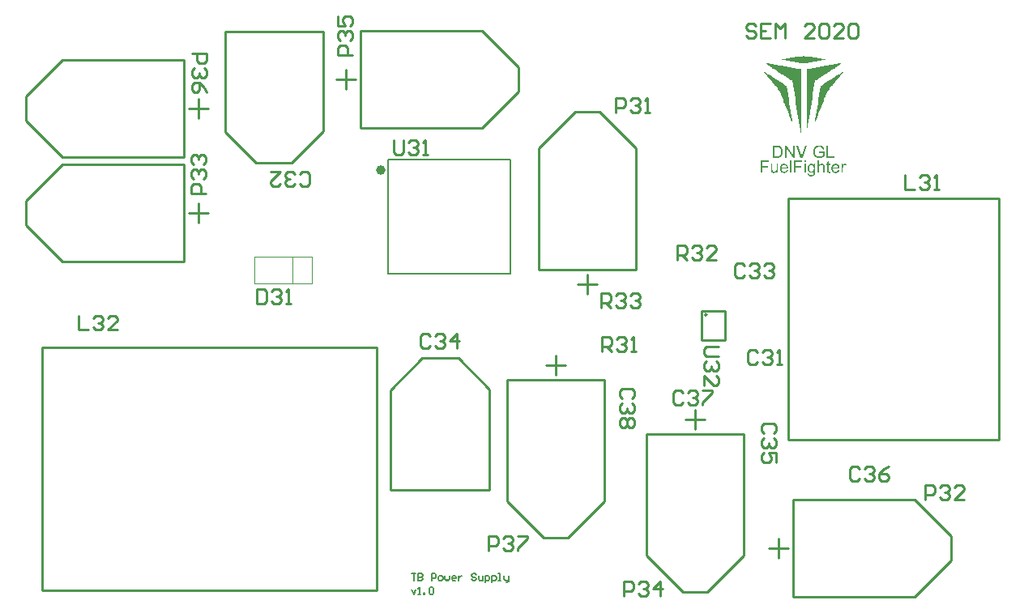
<source format=gto>
G04*
G04 #@! TF.GenerationSoftware,Altium Limited,Altium Designer,19.1.8 (144)*
G04*
G04 Layer_Color=65535*
%FSLAX25Y25*%
%MOIN*%
G70*
G01*
G75*
%ADD10C,0.01000*%
%ADD11C,0.03937*%
%ADD12C,0.00394*%
%ADD13C,0.00787*%
%ADD14C,0.00591*%
G36*
X343345Y227816D02*
X345099D01*
Y227524D01*
X346852D01*
Y227231D01*
X348606D01*
Y226939D01*
X350360D01*
Y226647D01*
X352113D01*
Y226355D01*
X350360D01*
Y226062D01*
X348606D01*
Y225770D01*
X346852D01*
Y225478D01*
X345099D01*
Y225185D01*
X343345D01*
Y224893D01*
X342761D01*
Y225185D01*
X341007D01*
Y225478D01*
X339253D01*
Y225770D01*
X337500D01*
Y226062D01*
X335746D01*
Y226355D01*
X333993D01*
Y226647D01*
X335746D01*
Y226939D01*
X337500D01*
Y227231D01*
X339253D01*
Y227524D01*
X341007D01*
Y227816D01*
X342761D01*
Y228108D01*
X343345D01*
Y227816D01*
D02*
G37*
G36*
X359420Y221094D02*
X359128D01*
Y220801D01*
X358836D01*
Y220509D01*
X358543D01*
Y220217D01*
X358251D01*
Y219925D01*
X357959D01*
Y219632D01*
Y219340D01*
X357666D01*
Y219048D01*
X357374D01*
Y218756D01*
X357082D01*
Y218463D01*
X356790D01*
Y218171D01*
X356497D01*
Y217879D01*
Y217586D01*
X356205D01*
Y217294D01*
X355913D01*
Y217002D01*
X355621D01*
Y216710D01*
X355328D01*
Y216417D01*
X355036D01*
Y216125D01*
Y215833D01*
X354744D01*
Y215541D01*
X354451D01*
Y215248D01*
X354159D01*
Y214956D01*
X353867D01*
Y214664D01*
X353575D01*
Y214371D01*
Y214079D01*
X353282D01*
Y213787D01*
X352990D01*
Y213495D01*
X352698D01*
Y213202D01*
Y212910D01*
Y212618D01*
X352406D01*
Y212326D01*
Y212033D01*
X352113D01*
Y211741D01*
Y211449D01*
Y211156D01*
X351821D01*
Y210864D01*
Y210572D01*
X351529D01*
Y210280D01*
Y209987D01*
Y209695D01*
X351237D01*
Y209403D01*
Y209110D01*
X350944D01*
Y208818D01*
Y208526D01*
Y208234D01*
X350652D01*
Y207941D01*
Y207649D01*
X350360D01*
Y207357D01*
Y207065D01*
Y206772D01*
X350067D01*
Y206480D01*
Y206188D01*
X349775D01*
Y205895D01*
Y205603D01*
Y205311D01*
X349483D01*
Y205019D01*
Y204726D01*
X349191D01*
Y204434D01*
Y204142D01*
Y203850D01*
X348898D01*
Y203557D01*
Y203265D01*
X348606D01*
Y202973D01*
Y202680D01*
Y202388D01*
X348314D01*
Y202096D01*
Y201804D01*
X348022D01*
Y201512D01*
Y201219D01*
Y200927D01*
X347729D01*
Y201219D01*
Y201512D01*
Y201804D01*
Y202096D01*
Y202388D01*
Y202680D01*
X348022D01*
Y202973D01*
Y203265D01*
Y203557D01*
Y203850D01*
Y204142D01*
Y204434D01*
X348314D01*
Y204726D01*
Y205019D01*
Y205311D01*
Y205603D01*
Y205895D01*
Y206188D01*
X348606D01*
Y206480D01*
Y206772D01*
Y207065D01*
Y207357D01*
Y207649D01*
X348898D01*
Y207941D01*
Y208234D01*
Y208526D01*
Y208818D01*
Y209110D01*
Y209403D01*
X349191D01*
Y209695D01*
Y209987D01*
Y210280D01*
Y210572D01*
Y210864D01*
Y211156D01*
X349483D01*
Y211449D01*
Y211741D01*
Y212033D01*
Y212326D01*
Y212618D01*
Y212910D01*
X349775D01*
Y213202D01*
Y213495D01*
Y213787D01*
Y214079D01*
Y214371D01*
Y214664D01*
X350067D01*
Y214956D01*
Y215248D01*
Y215541D01*
Y215833D01*
X350652D01*
Y216125D01*
X350944D01*
Y216417D01*
X351529D01*
Y216710D01*
X351821D01*
Y217002D01*
X352406D01*
Y217294D01*
X352698D01*
Y217586D01*
X353282D01*
Y217879D01*
X353867D01*
Y218171D01*
X354159D01*
Y218463D01*
X354744D01*
Y218756D01*
X355036D01*
Y219048D01*
X355621D01*
Y219340D01*
X355913D01*
Y219632D01*
X356497D01*
Y219925D01*
X357082D01*
Y220217D01*
X357374D01*
Y220509D01*
X357959D01*
Y220801D01*
X358251D01*
Y221094D01*
X358836D01*
Y221386D01*
X359420D01*
Y221094D01*
D02*
G37*
G36*
X327270D02*
X327855D01*
Y220801D01*
X328147D01*
Y220509D01*
X328732D01*
Y220217D01*
X329024D01*
Y219925D01*
X329608D01*
Y219632D01*
X329901D01*
Y219340D01*
X330485D01*
Y219048D01*
X331070D01*
Y218756D01*
X331362D01*
Y218463D01*
X331947D01*
Y218171D01*
X332239D01*
Y217879D01*
X332823D01*
Y217586D01*
X333116D01*
Y217294D01*
X333700D01*
Y217002D01*
X334285D01*
Y216710D01*
X334577D01*
Y216417D01*
X335162D01*
Y216125D01*
X335454D01*
Y215833D01*
X336038D01*
Y215541D01*
Y215248D01*
Y214956D01*
Y214664D01*
X336331D01*
Y214371D01*
Y214079D01*
Y213787D01*
Y213495D01*
Y213202D01*
Y212910D01*
X336623D01*
Y212618D01*
Y212326D01*
Y212033D01*
Y211741D01*
Y211449D01*
Y211156D01*
X336915D01*
Y210864D01*
Y210572D01*
Y210280D01*
Y209987D01*
Y209695D01*
Y209403D01*
X337208D01*
Y209110D01*
Y208818D01*
Y208526D01*
Y208234D01*
Y207941D01*
Y207649D01*
X337500D01*
Y207357D01*
Y207065D01*
Y206772D01*
Y206480D01*
Y206188D01*
Y205895D01*
X337792D01*
Y205603D01*
Y205311D01*
Y205019D01*
Y204726D01*
Y204434D01*
Y204142D01*
X338084D01*
Y203850D01*
Y203557D01*
Y203265D01*
Y202973D01*
Y202680D01*
Y202388D01*
X338377D01*
Y202096D01*
Y201804D01*
Y201512D01*
Y201219D01*
Y200927D01*
X338084D01*
Y201219D01*
Y201512D01*
X337792D01*
Y201804D01*
Y202096D01*
Y202388D01*
X337500D01*
Y202680D01*
Y202973D01*
X337208D01*
Y203265D01*
Y203557D01*
Y203850D01*
X336915D01*
Y204142D01*
Y204434D01*
X336623D01*
Y204726D01*
Y205019D01*
Y205311D01*
X336331D01*
Y205603D01*
Y205895D01*
X336038D01*
Y206188D01*
Y206480D01*
Y206772D01*
X335746D01*
Y207065D01*
Y207357D01*
X335454D01*
Y207649D01*
Y207941D01*
Y208234D01*
X335162D01*
Y208526D01*
Y208818D01*
X334869D01*
Y209110D01*
Y209403D01*
Y209695D01*
X334577D01*
Y209987D01*
Y210280D01*
X334285D01*
Y210572D01*
Y210864D01*
Y211156D01*
X333993D01*
Y211449D01*
Y211741D01*
X333700D01*
Y212033D01*
Y212326D01*
Y212618D01*
X333408D01*
Y212910D01*
Y213202D01*
X333116D01*
Y213495D01*
Y213787D01*
X332823D01*
Y214079D01*
X332531D01*
Y214371D01*
Y214664D01*
X332239D01*
Y214956D01*
X331947D01*
Y215248D01*
X331654D01*
Y215541D01*
X331362D01*
Y215833D01*
X331070D01*
Y216125D01*
Y216417D01*
X330778D01*
Y216710D01*
X330485D01*
Y217002D01*
X330193D01*
Y217294D01*
X329901D01*
Y217586D01*
X329608D01*
Y217879D01*
Y218171D01*
X329316D01*
Y218463D01*
X329024D01*
Y218756D01*
X328732D01*
Y219048D01*
X328439D01*
Y219340D01*
X328147D01*
Y219632D01*
Y219925D01*
X327855D01*
Y220217D01*
X327562D01*
Y220509D01*
X327270D01*
Y220801D01*
X326978D01*
Y221094D01*
X326686D01*
Y221386D01*
X327270D01*
Y221094D01*
D02*
G37*
G36*
X358543Y224601D02*
X357959D01*
Y224309D01*
X357666D01*
Y224016D01*
X357082D01*
Y223724D01*
X356790D01*
Y223432D01*
X356205D01*
Y223140D01*
X355913D01*
Y222847D01*
X355328D01*
Y222555D01*
X355036D01*
Y222263D01*
X354451D01*
Y221971D01*
X354159D01*
Y221678D01*
X353575D01*
Y221386D01*
X352990D01*
Y221094D01*
X352698D01*
Y220801D01*
X352113D01*
Y220509D01*
X351821D01*
Y220217D01*
X351237D01*
Y219925D01*
X350944D01*
Y219632D01*
X350360D01*
Y219340D01*
X350067D01*
Y219048D01*
X349483D01*
Y218756D01*
X349191D01*
Y218463D01*
X348606D01*
Y218171D01*
X348314D01*
Y217879D01*
X347729D01*
Y217586D01*
Y217294D01*
Y217002D01*
X347437D01*
Y216710D01*
Y216417D01*
Y216125D01*
Y215833D01*
Y215541D01*
Y215248D01*
X347145D01*
Y214956D01*
Y214664D01*
Y214371D01*
Y214079D01*
Y213787D01*
Y213495D01*
Y213202D01*
X346852D01*
Y212910D01*
Y212618D01*
Y212326D01*
Y212033D01*
Y211741D01*
Y211449D01*
X346560D01*
Y211156D01*
Y210864D01*
Y210572D01*
Y210280D01*
Y209987D01*
Y209695D01*
X346268D01*
Y209403D01*
Y209110D01*
Y208818D01*
Y208526D01*
Y208234D01*
Y207941D01*
Y207649D01*
X345976D01*
Y207357D01*
Y207065D01*
Y206772D01*
Y206480D01*
Y206188D01*
Y205895D01*
X345683D01*
Y205603D01*
Y205311D01*
Y205019D01*
Y204726D01*
Y204434D01*
Y204142D01*
Y203850D01*
X345391D01*
Y203557D01*
Y203265D01*
Y202973D01*
Y202680D01*
Y202388D01*
Y202096D01*
X345099D01*
Y201804D01*
Y201512D01*
Y201219D01*
Y200927D01*
Y200635D01*
Y200342D01*
X344807D01*
Y200050D01*
Y199758D01*
Y199466D01*
Y199173D01*
Y198881D01*
Y198589D01*
Y198296D01*
X344514D01*
Y198004D01*
Y197712D01*
Y197420D01*
Y197127D01*
Y196835D01*
Y196543D01*
X344222D01*
Y196835D01*
Y197127D01*
Y197420D01*
Y197712D01*
Y198004D01*
Y198296D01*
Y198589D01*
Y198881D01*
Y199173D01*
Y199466D01*
Y199758D01*
Y200050D01*
Y200342D01*
Y200635D01*
Y200927D01*
Y201219D01*
Y201512D01*
Y201804D01*
Y202096D01*
Y202388D01*
Y202680D01*
Y202973D01*
Y203265D01*
Y203557D01*
Y203850D01*
Y204142D01*
Y204434D01*
Y204726D01*
Y205019D01*
Y205311D01*
Y205603D01*
Y205895D01*
Y206188D01*
Y206480D01*
Y206772D01*
Y207065D01*
Y207357D01*
Y207649D01*
Y207941D01*
Y208234D01*
Y208526D01*
Y208818D01*
Y209110D01*
Y209403D01*
Y209695D01*
Y209987D01*
Y210280D01*
Y210572D01*
Y210864D01*
Y211156D01*
Y211449D01*
Y211741D01*
Y212033D01*
Y212326D01*
Y212618D01*
Y212910D01*
Y213202D01*
Y213495D01*
Y213787D01*
Y214079D01*
Y214371D01*
Y214664D01*
Y214956D01*
Y215248D01*
Y215541D01*
Y215833D01*
Y216125D01*
Y216417D01*
Y216710D01*
Y217002D01*
Y217294D01*
Y217586D01*
Y217879D01*
Y218171D01*
Y218463D01*
Y218756D01*
Y219048D01*
Y219340D01*
Y219632D01*
Y219925D01*
Y220217D01*
Y220509D01*
Y220801D01*
Y221094D01*
Y221386D01*
Y221678D01*
Y221971D01*
Y222263D01*
Y222555D01*
X344514D01*
Y222847D01*
X346268D01*
Y223140D01*
X348022D01*
Y223432D01*
X349775D01*
Y223724D01*
X351529D01*
Y224016D01*
X353282D01*
Y224309D01*
X355328D01*
Y224601D01*
X357082D01*
Y224893D01*
X358543D01*
Y224601D01*
D02*
G37*
G36*
X329024D02*
X330778D01*
Y224309D01*
X332531D01*
Y224016D01*
X334577D01*
Y223724D01*
X336331D01*
Y223432D01*
X338084D01*
Y223140D01*
X339838D01*
Y222847D01*
X341592D01*
Y222555D01*
X341884D01*
Y222263D01*
Y221971D01*
Y221678D01*
Y221386D01*
Y221094D01*
Y220801D01*
Y220509D01*
Y220217D01*
Y219925D01*
Y219632D01*
Y219340D01*
Y219048D01*
Y218756D01*
Y218463D01*
Y218171D01*
Y217879D01*
Y217586D01*
Y217294D01*
Y217002D01*
Y216710D01*
Y216417D01*
Y216125D01*
Y215833D01*
Y215541D01*
Y215248D01*
Y214956D01*
Y214664D01*
Y214371D01*
Y214079D01*
Y213787D01*
Y213495D01*
Y213202D01*
Y212910D01*
Y212618D01*
Y212326D01*
Y212033D01*
Y211741D01*
Y211449D01*
Y211156D01*
Y210864D01*
Y210572D01*
Y210280D01*
Y209987D01*
Y209695D01*
Y209403D01*
Y209110D01*
Y208818D01*
Y208526D01*
Y208234D01*
Y207941D01*
Y207649D01*
Y207357D01*
Y207065D01*
Y206772D01*
Y206480D01*
Y206188D01*
Y205895D01*
Y205603D01*
Y205311D01*
Y205019D01*
Y204726D01*
Y204434D01*
Y204142D01*
Y203850D01*
Y203557D01*
Y203265D01*
Y202973D01*
Y202680D01*
Y202388D01*
Y202096D01*
Y201804D01*
Y201512D01*
Y201219D01*
Y200927D01*
Y200635D01*
Y200342D01*
Y200050D01*
Y199758D01*
Y199466D01*
Y199173D01*
Y198881D01*
Y198589D01*
Y198296D01*
Y198004D01*
Y197712D01*
Y197420D01*
Y197127D01*
Y196835D01*
Y196543D01*
Y196251D01*
X341592D01*
Y196543D01*
Y196835D01*
Y197127D01*
Y197420D01*
Y197712D01*
Y198004D01*
Y198296D01*
X341299D01*
Y198589D01*
Y198881D01*
Y199173D01*
Y199466D01*
Y199758D01*
Y200050D01*
X341007D01*
Y200342D01*
Y200635D01*
Y200927D01*
Y201219D01*
Y201512D01*
Y201804D01*
Y202096D01*
X340715D01*
Y202388D01*
Y202680D01*
Y202973D01*
Y203265D01*
Y203557D01*
Y203850D01*
X340423D01*
Y204142D01*
Y204434D01*
Y204726D01*
Y205019D01*
Y205311D01*
Y205603D01*
X340130D01*
Y205895D01*
Y206188D01*
Y206480D01*
Y206772D01*
Y207065D01*
Y207357D01*
Y207649D01*
X339838D01*
Y207941D01*
Y208234D01*
Y208526D01*
Y208818D01*
Y209110D01*
Y209403D01*
X339546D01*
Y209695D01*
Y209987D01*
Y210280D01*
Y210572D01*
Y210864D01*
Y211156D01*
Y211449D01*
X339253D01*
Y211741D01*
Y212033D01*
Y212326D01*
Y212618D01*
Y212910D01*
Y213202D01*
X338961D01*
Y213495D01*
Y213787D01*
Y214079D01*
Y214371D01*
Y214664D01*
Y214956D01*
X338669D01*
Y215248D01*
Y215541D01*
Y215833D01*
Y216125D01*
Y216417D01*
Y216710D01*
Y217002D01*
X338377D01*
Y217294D01*
Y217586D01*
Y217879D01*
X337792D01*
Y218171D01*
X337500D01*
Y218463D01*
X336915D01*
Y218756D01*
X336623D01*
Y219048D01*
X336038D01*
Y219340D01*
X335746D01*
Y219632D01*
X335162D01*
Y219925D01*
X334869D01*
Y220217D01*
X334285D01*
Y220509D01*
X333700D01*
Y220801D01*
X333408D01*
Y221094D01*
X332823D01*
Y221386D01*
X332531D01*
Y221678D01*
X331947D01*
Y221971D01*
X331654D01*
Y222263D01*
X331070D01*
Y222555D01*
X330778D01*
Y222847D01*
X330193D01*
Y223140D01*
X329901D01*
Y223432D01*
X329316D01*
Y223724D01*
X329024D01*
Y224016D01*
X328439D01*
Y224309D01*
X328147D01*
Y224601D01*
X327562D01*
Y224893D01*
X329024D01*
Y224601D01*
D02*
G37*
G36*
X349566Y191163D02*
X349624D01*
X349763Y191149D01*
X349916Y191127D01*
X350076Y191090D01*
X350251Y191047D01*
X350419Y190988D01*
X350426D01*
X350441Y190981D01*
X350462Y190974D01*
X350491Y190959D01*
X350572Y190915D01*
X350674Y190864D01*
X350783Y190791D01*
X350900Y190704D01*
X351009Y190609D01*
X351111Y190492D01*
X351126Y190478D01*
X351155Y190434D01*
X351199Y190368D01*
X351257Y190274D01*
X351315Y190157D01*
X351381Y190011D01*
X351447Y189851D01*
X351498Y189669D01*
X350892Y189508D01*
Y189516D01*
X350885Y189523D01*
X350878Y189545D01*
X350871Y189574D01*
X350849Y189639D01*
X350819Y189727D01*
X350776Y189829D01*
X350725Y189924D01*
X350674Y190026D01*
X350608Y190113D01*
X350601Y190121D01*
X350579Y190150D01*
X350535Y190186D01*
X350484Y190237D01*
X350419Y190296D01*
X350331Y190354D01*
X350236Y190412D01*
X350127Y190463D01*
X350112Y190471D01*
X350076Y190485D01*
X350010Y190507D01*
X349923Y190536D01*
X349821Y190558D01*
X349704Y190580D01*
X349573Y190594D01*
X349434Y190602D01*
X349354D01*
X349318Y190594D01*
X349274D01*
X349165Y190587D01*
X349041Y190565D01*
X348902Y190543D01*
X348771Y190507D01*
X348640Y190456D01*
X348625Y190449D01*
X348582Y190434D01*
X348523Y190398D01*
X348450Y190361D01*
X348363Y190303D01*
X348268Y190245D01*
X348181Y190172D01*
X348100Y190092D01*
X348093Y190084D01*
X348064Y190055D01*
X348027Y190004D01*
X347984Y189946D01*
X347933Y189873D01*
X347882Y189785D01*
X347831Y189691D01*
X347780Y189588D01*
Y189581D01*
X347772Y189567D01*
X347765Y189545D01*
X347750Y189508D01*
X347736Y189465D01*
X347721Y189413D01*
X347699Y189355D01*
X347685Y189290D01*
X347648Y189137D01*
X347619Y188962D01*
X347597Y188779D01*
X347590Y188575D01*
Y188568D01*
Y188546D01*
Y188510D01*
X347597Y188466D01*
Y188408D01*
X347605Y188335D01*
X347612Y188262D01*
X347619Y188181D01*
X347648Y187999D01*
X347685Y187810D01*
X347743Y187620D01*
X347816Y187438D01*
Y187431D01*
X347831Y187416D01*
X347838Y187394D01*
X347860Y187365D01*
X347911Y187285D01*
X347991Y187183D01*
X348086Y187073D01*
X348202Y186964D01*
X348341Y186862D01*
X348494Y186767D01*
X348501D01*
X348516Y186760D01*
X348538Y186745D01*
X348574Y186731D01*
X348611Y186716D01*
X348662Y186702D01*
X348778Y186658D01*
X348924Y186621D01*
X349084Y186585D01*
X349259Y186556D01*
X349442Y186549D01*
X349515D01*
X349558Y186556D01*
X349602D01*
X349711Y186570D01*
X349843Y186585D01*
X349981Y186614D01*
X350134Y186658D01*
X350287Y186709D01*
X350295D01*
X350309Y186716D01*
X350324Y186723D01*
X350353Y186738D01*
X350433Y186775D01*
X350521Y186818D01*
X350623Y186869D01*
X350732Y186928D01*
X350834Y186993D01*
X350922Y187066D01*
Y188014D01*
X349434D01*
Y188612D01*
X351578D01*
Y186738D01*
X351570Y186731D01*
X351556Y186723D01*
X351527Y186702D01*
X351490Y186672D01*
X351447Y186643D01*
X351396Y186607D01*
X351330Y186563D01*
X351264Y186519D01*
X351111Y186425D01*
X350936Y186323D01*
X350754Y186228D01*
X350557Y186148D01*
X350550D01*
X350535Y186140D01*
X350506Y186133D01*
X350470Y186118D01*
X350419Y186104D01*
X350360Y186082D01*
X350295Y186067D01*
X350229Y186053D01*
X350069Y186016D01*
X349886Y185980D01*
X349690Y185958D01*
X349485Y185951D01*
X349413D01*
X349361Y185958D01*
X349296D01*
X349216Y185965D01*
X349128Y185980D01*
X349033Y185987D01*
X348822Y186031D01*
X348596Y186082D01*
X348363Y186162D01*
X348246Y186206D01*
X348130Y186264D01*
X348122Y186272D01*
X348100Y186279D01*
X348071Y186301D01*
X348027Y186323D01*
X347976Y186359D01*
X347925Y186396D01*
X347787Y186497D01*
X347641Y186629D01*
X347488Y186789D01*
X347342Y186971D01*
X347211Y187183D01*
Y187190D01*
X347196Y187212D01*
X347182Y187241D01*
X347160Y187292D01*
X347138Y187343D01*
X347116Y187416D01*
X347087Y187489D01*
X347058Y187576D01*
X347029Y187671D01*
X347000Y187781D01*
X346978Y187890D01*
X346956Y188007D01*
X346919Y188262D01*
X346905Y188531D01*
Y188539D01*
Y188568D01*
Y188604D01*
X346912Y188655D01*
Y188721D01*
X346919Y188801D01*
X346934Y188881D01*
X346941Y188976D01*
X346963Y189078D01*
X346978Y189188D01*
X347036Y189421D01*
X347109Y189661D01*
X347211Y189902D01*
X347218Y189909D01*
X347226Y189931D01*
X347240Y189960D01*
X347269Y190004D01*
X347299Y190062D01*
X347335Y190121D01*
X347437Y190259D01*
X347561Y190420D01*
X347714Y190573D01*
X347889Y190726D01*
X347991Y190791D01*
X348093Y190857D01*
X348100Y190864D01*
X348122Y190872D01*
X348151Y190886D01*
X348195Y190908D01*
X348253Y190930D01*
X348319Y190959D01*
X348392Y190988D01*
X348480Y191017D01*
X348574Y191047D01*
X348676Y191068D01*
X348786Y191097D01*
X348902Y191119D01*
X349157Y191156D01*
X349289Y191170D01*
X349522D01*
X349566Y191163D01*
D02*
G37*
G36*
X339294Y186038D02*
X338601D01*
X335963Y189997D01*
Y186038D01*
X335321D01*
Y191083D01*
X336006D01*
X338652Y187117D01*
Y191083D01*
X339294D01*
Y186038D01*
D02*
G37*
G36*
X342545D02*
X341846D01*
X339892Y191083D01*
X340621D01*
X341933Y187416D01*
Y187409D01*
X341940Y187394D01*
X341948Y187372D01*
X341962Y187343D01*
X341969Y187299D01*
X341984Y187256D01*
X342021Y187146D01*
X342064Y187022D01*
X342108Y186884D01*
X342196Y186592D01*
Y186600D01*
X342203Y186614D01*
X342210Y186636D01*
X342217Y186665D01*
X342239Y186745D01*
X342276Y186855D01*
X342312Y186979D01*
X342356Y187117D01*
X342407Y187263D01*
X342465Y187416D01*
X343836Y191083D01*
X344514D01*
X342545Y186038D01*
D02*
G37*
G36*
X353203Y186636D02*
X355689D01*
Y186038D01*
X352533D01*
Y191083D01*
X353203D01*
Y186636D01*
D02*
G37*
G36*
X332310Y191076D02*
X332456Y191068D01*
X332602Y191054D01*
X332748Y191032D01*
X332872Y191010D01*
X332879D01*
X332893Y191003D01*
X332915D01*
X332944Y190988D01*
X333025Y190966D01*
X333127Y190930D01*
X333243Y190879D01*
X333367Y190813D01*
X333491Y190740D01*
X333608Y190646D01*
X333615Y190638D01*
X333622Y190631D01*
X333644Y190609D01*
X333674Y190587D01*
X333746Y190514D01*
X333834Y190412D01*
X333929Y190288D01*
X334031Y190143D01*
X334125Y189975D01*
X334206Y189785D01*
Y189778D01*
X334213Y189763D01*
X334227Y189734D01*
X334235Y189691D01*
X334257Y189639D01*
X334271Y189581D01*
X334286Y189516D01*
X334308Y189435D01*
X334330Y189355D01*
X334344Y189260D01*
X334381Y189056D01*
X334402Y188830D01*
X334410Y188583D01*
Y188575D01*
Y188561D01*
Y188524D01*
Y188488D01*
X334402Y188437D01*
Y188378D01*
X334395Y188240D01*
X334373Y188080D01*
X334351Y187912D01*
X334315Y187737D01*
X334271Y187562D01*
Y187555D01*
X334264Y187540D01*
X334257Y187518D01*
X334249Y187489D01*
X334220Y187409D01*
X334176Y187307D01*
X334133Y187190D01*
X334074Y187073D01*
X334001Y186950D01*
X333929Y186833D01*
X333921Y186818D01*
X333892Y186782D01*
X333848Y186731D01*
X333790Y186665D01*
X333724Y186592D01*
X333644Y186519D01*
X333564Y186439D01*
X333469Y186374D01*
X333455Y186366D01*
X333426Y186344D01*
X333375Y186315D01*
X333302Y186279D01*
X333214Y186235D01*
X333112Y186199D01*
X332996Y186155D01*
X332864Y186118D01*
X332850D01*
X332828Y186111D01*
X332806Y186104D01*
X332733Y186097D01*
X332631Y186082D01*
X332514Y186067D01*
X332376Y186053D01*
X332223Y186046D01*
X332055Y186038D01*
X330240D01*
Y191083D01*
X332179D01*
X332310Y191076D01*
D02*
G37*
G36*
X343909Y184235D02*
X343289D01*
Y184942D01*
X343909D01*
Y184235D01*
D02*
G37*
G36*
X360041Y183630D02*
X360122Y183615D01*
X360216Y183586D01*
X360318Y183549D01*
X360435Y183498D01*
X360559Y183433D01*
X360333Y182864D01*
X360326Y182871D01*
X360297Y182886D01*
X360253Y182908D01*
X360194Y182930D01*
X360129Y182952D01*
X360049Y182974D01*
X359968Y182988D01*
X359888Y182995D01*
X359852D01*
X359815Y182988D01*
X359764Y182981D01*
X359713Y182966D01*
X359648Y182944D01*
X359582Y182915D01*
X359524Y182871D01*
X359517Y182864D01*
X359495Y182850D01*
X359473Y182820D01*
X359436Y182784D01*
X359400Y182733D01*
X359363Y182675D01*
X359327Y182609D01*
X359298Y182529D01*
X359291Y182514D01*
X359283Y182471D01*
X359269Y182405D01*
X359247Y182317D01*
X359225Y182208D01*
X359210Y182084D01*
X359203Y181953D01*
X359196Y181807D01*
Y179897D01*
X358576D01*
Y183557D01*
X359137D01*
Y183003D01*
X359145Y183010D01*
X359174Y183061D01*
X359210Y183127D01*
X359269Y183207D01*
X359327Y183287D01*
X359393Y183375D01*
X359458Y183447D01*
X359524Y183506D01*
X359531Y183513D01*
X359553Y183528D01*
X359597Y183549D01*
X359641Y183571D01*
X359699Y183593D01*
X359772Y183615D01*
X359845Y183630D01*
X359925Y183637D01*
X359976D01*
X360041Y183630D01*
D02*
G37*
G36*
X332522Y179897D02*
X331968D01*
Y180429D01*
X331960Y180422D01*
X331946Y180400D01*
X331924Y180371D01*
X331887Y180335D01*
X331844Y180291D01*
X331793Y180233D01*
X331734Y180182D01*
X331661Y180123D01*
X331581Y180065D01*
X331494Y180014D01*
X331399Y179963D01*
X331297Y179912D01*
X331180Y179875D01*
X331064Y179846D01*
X330932Y179824D01*
X330801Y179817D01*
X330750D01*
X330685Y179824D01*
X330604Y179832D01*
X330510Y179846D01*
X330408Y179868D01*
X330306Y179897D01*
X330196Y179941D01*
X330182Y179948D01*
X330152Y179963D01*
X330101Y179992D01*
X330043Y180028D01*
X329970Y180072D01*
X329905Y180123D01*
X329839Y180182D01*
X329781Y180247D01*
X329773Y180254D01*
X329759Y180283D01*
X329737Y180320D01*
X329708Y180378D01*
X329671Y180444D01*
X329642Y180524D01*
X329613Y180612D01*
X329591Y180706D01*
Y180714D01*
X329584Y180743D01*
X329576Y180787D01*
Y180845D01*
X329569Y180932D01*
X329562Y181027D01*
X329555Y181151D01*
Y181290D01*
Y183557D01*
X330174D01*
Y181523D01*
Y181516D01*
Y181501D01*
Y181479D01*
Y181443D01*
Y181362D01*
X330182Y181260D01*
Y181151D01*
X330189Y181042D01*
X330196Y180947D01*
X330211Y180867D01*
Y180859D01*
X330225Y180830D01*
X330240Y180787D01*
X330262Y180728D01*
X330298Y180670D01*
X330342Y180604D01*
X330393Y180546D01*
X330459Y180488D01*
X330466Y180480D01*
X330495Y180466D01*
X330532Y180444D01*
X330590Y180422D01*
X330655Y180393D01*
X330736Y180371D01*
X330823Y180356D01*
X330925Y180349D01*
X330976D01*
X331027Y180356D01*
X331093Y180364D01*
X331173Y180386D01*
X331260Y180408D01*
X331355Y180444D01*
X331450Y180488D01*
X331465Y180495D01*
X331494Y180517D01*
X331538Y180546D01*
X331589Y180590D01*
X331647Y180648D01*
X331705Y180714D01*
X331756Y180787D01*
X331800Y180874D01*
X331807Y180889D01*
X331815Y180918D01*
X331829Y180976D01*
X331851Y181056D01*
X331873Y181158D01*
X331887Y181282D01*
X331895Y181428D01*
X331902Y181596D01*
Y183557D01*
X332522D01*
Y179897D01*
D02*
G37*
G36*
X349398Y183134D02*
X349405Y183141D01*
X349420Y183156D01*
X349442Y183178D01*
X349478Y183214D01*
X349515Y183251D01*
X349566Y183294D01*
X349631Y183338D01*
X349697Y183389D01*
X349770Y183433D01*
X349850Y183476D01*
X350040Y183557D01*
X350142Y183593D01*
X350251Y183615D01*
X350368Y183630D01*
X350484Y183637D01*
X350550D01*
X350630Y183630D01*
X350725Y183615D01*
X350834Y183600D01*
X350951Y183571D01*
X351067Y183528D01*
X351184Y183476D01*
X351199Y183469D01*
X351235Y183447D01*
X351286Y183411D01*
X351352Y183360D01*
X351417Y183294D01*
X351490Y183221D01*
X351556Y183134D01*
X351614Y183032D01*
X351622Y183017D01*
X351636Y182981D01*
X351658Y182915D01*
X351680Y182820D01*
X351702Y182704D01*
X351724Y182565D01*
X351738Y182398D01*
X351745Y182208D01*
Y179897D01*
X351126D01*
Y182215D01*
Y182223D01*
Y182237D01*
Y182259D01*
Y182288D01*
X351118Y182369D01*
X351104Y182471D01*
X351075Y182580D01*
X351038Y182689D01*
X350987Y182799D01*
X350922Y182886D01*
X350914Y182893D01*
X350885Y182922D01*
X350841Y182959D01*
X350776Y182995D01*
X350696Y183039D01*
X350601Y183068D01*
X350484Y183098D01*
X350353Y183105D01*
X350309D01*
X350258Y183098D01*
X350185Y183090D01*
X350112Y183068D01*
X350025Y183046D01*
X349938Y183010D01*
X349843Y182959D01*
X349835Y182952D01*
X349806Y182930D01*
X349763Y182901D01*
X349711Y182857D01*
X349653Y182799D01*
X349595Y182733D01*
X349544Y182653D01*
X349500Y182565D01*
X349493Y182551D01*
X349485Y182522D01*
X349471Y182463D01*
X349449Y182390D01*
X349427Y182296D01*
X349413Y182179D01*
X349405Y182048D01*
X349398Y181895D01*
Y179897D01*
X348778D01*
Y184942D01*
X349398D01*
Y183134D01*
D02*
G37*
G36*
X343909Y179897D02*
X343289D01*
Y183557D01*
X343909D01*
Y179897D01*
D02*
G37*
G36*
X342502Y184344D02*
X339761D01*
Y182784D01*
X342130D01*
Y182186D01*
X339761D01*
Y179897D01*
X339090D01*
Y184942D01*
X342502D01*
Y184344D01*
D02*
G37*
G36*
X338018Y179897D02*
X337399D01*
Y184942D01*
X338018D01*
Y179897D01*
D02*
G37*
G36*
X328782Y184344D02*
X326041D01*
Y182784D01*
X328410D01*
Y182186D01*
X326041D01*
Y179897D01*
X325370D01*
Y184942D01*
X328782D01*
Y184344D01*
D02*
G37*
G36*
X353422Y183557D02*
X354049Y183557D01*
Y183076D01*
X353422Y183076D01*
Y180925D01*
Y180911D01*
Y180881D01*
Y180838D01*
X353429Y180787D01*
X353437Y180670D01*
X353444Y180619D01*
X353451Y180582D01*
X353458Y180568D01*
X353480Y180539D01*
X353510Y180502D01*
X353561Y180466D01*
X353575Y180458D01*
X353612Y180444D01*
X353677Y180429D01*
X353772Y180422D01*
X353845D01*
X353881Y180429D01*
X353932D01*
X353991Y180437D01*
X354049Y180444D01*
X354129Y179897D01*
X354115D01*
X354085Y179890D01*
X354034Y179883D01*
X353969Y179875D01*
X353896Y179861D01*
X353816Y179853D01*
X353655Y179846D01*
X353597D01*
X353539Y179853D01*
X353466Y179861D01*
X353378Y179868D01*
X353291Y179890D01*
X353211Y179912D01*
X353131Y179948D01*
X353123Y179955D01*
X353101Y179970D01*
X353072Y179992D01*
X353028Y180028D01*
X352992Y180065D01*
X352948Y180116D01*
X352905Y180167D01*
X352875Y180233D01*
Y180240D01*
X352861Y180269D01*
X352853Y180320D01*
X352839Y180393D01*
X352824Y180488D01*
X352817Y180546D01*
Y180612D01*
X352810Y180692D01*
X352802Y180772D01*
Y180859D01*
Y180962D01*
Y183076D01*
X352343D01*
Y183557D01*
X352802D01*
Y184461D01*
X353422Y184833D01*
Y183557D01*
D02*
G37*
G36*
X356280Y183630D02*
X356338Y183622D01*
X356411Y183608D01*
X356491Y183593D01*
X356586Y183571D01*
X356673Y183549D01*
X356775Y183513D01*
X356870Y183477D01*
X356972Y183425D01*
X357074Y183367D01*
X357176Y183302D01*
X357271Y183221D01*
X357359Y183134D01*
X357366Y183127D01*
X357381Y183112D01*
X357402Y183083D01*
X357432Y183039D01*
X357468Y182988D01*
X357505Y182930D01*
X357548Y182857D01*
X357592Y182769D01*
X357636Y182675D01*
X357679Y182573D01*
X357716Y182456D01*
X357752Y182332D01*
X357782Y182194D01*
X357803Y182048D01*
X357818Y181895D01*
X357825Y181727D01*
Y181720D01*
Y181691D01*
Y181640D01*
X357818Y181567D01*
X355084D01*
Y181559D01*
Y181537D01*
X355092Y181508D01*
Y181465D01*
X355099Y181413D01*
X355113Y181355D01*
X355135Y181224D01*
X355179Y181078D01*
X355237Y180918D01*
X355317Y180772D01*
X355419Y180641D01*
X355427D01*
X355434Y180626D01*
X355478Y180590D01*
X355543Y180539D01*
X355631Y180488D01*
X355748Y180429D01*
X355879Y180378D01*
X356025Y180342D01*
X356105Y180335D01*
X356192Y180327D01*
X356251D01*
X356316Y180335D01*
X356396Y180349D01*
X356484Y180371D01*
X356586Y180400D01*
X356681Y180444D01*
X356775Y180502D01*
X356783Y180509D01*
X356819Y180539D01*
X356863Y180582D01*
X356914Y180641D01*
X356972Y180721D01*
X357038Y180823D01*
X357103Y180940D01*
X357162Y181078D01*
X357803Y180998D01*
Y180991D01*
X357796Y180976D01*
X357789Y180947D01*
X357774Y180903D01*
X357752Y180859D01*
X357731Y180801D01*
X357672Y180677D01*
X357599Y180539D01*
X357497Y180393D01*
X357381Y180254D01*
X357235Y180123D01*
X357227D01*
X357213Y180109D01*
X357191Y180094D01*
X357162Y180072D01*
X357118Y180050D01*
X357074Y180028D01*
X357016Y179999D01*
X356950Y179970D01*
X356877Y179941D01*
X356805Y179912D01*
X356622Y179868D01*
X356418Y179832D01*
X356192Y179817D01*
X356112D01*
X356061Y179824D01*
X355995Y179832D01*
X355915Y179846D01*
X355828Y179861D01*
X355733Y179875D01*
X355529Y179934D01*
X355419Y179977D01*
X355317Y180021D01*
X355208Y180079D01*
X355106Y180145D01*
X355011Y180218D01*
X354917Y180305D01*
X354909Y180313D01*
X354895Y180327D01*
X354873Y180356D01*
X354844Y180400D01*
X354807Y180451D01*
X354771Y180509D01*
X354727Y180582D01*
X354683Y180663D01*
X354640Y180757D01*
X354596Y180859D01*
X354559Y180976D01*
X354523Y181100D01*
X354494Y181231D01*
X354472Y181377D01*
X354457Y181530D01*
X354450Y181691D01*
Y181698D01*
Y181734D01*
Y181778D01*
X354457Y181844D01*
X354465Y181924D01*
X354472Y182011D01*
X354486Y182113D01*
X354508Y182215D01*
X354567Y182449D01*
X354603Y182565D01*
X354647Y182689D01*
X354705Y182806D01*
X354771Y182915D01*
X354844Y183025D01*
X354924Y183127D01*
X354931Y183134D01*
X354946Y183149D01*
X354975Y183170D01*
X355011Y183207D01*
X355055Y183243D01*
X355113Y183287D01*
X355179Y183338D01*
X355259Y183382D01*
X355339Y183433D01*
X355434Y183477D01*
X355536Y183520D01*
X355645Y183557D01*
X355762Y183593D01*
X355886Y183615D01*
X356017Y183630D01*
X356156Y183637D01*
X356229D01*
X356280Y183630D01*
D02*
G37*
G36*
X335110Y183630D02*
X335168Y183622D01*
X335241Y183608D01*
X335321Y183593D01*
X335416Y183571D01*
X335503Y183549D01*
X335605Y183513D01*
X335700Y183476D01*
X335802Y183425D01*
X335904Y183367D01*
X336006Y183302D01*
X336101Y183221D01*
X336189Y183134D01*
X336196Y183127D01*
X336210Y183112D01*
X336232Y183083D01*
X336261Y183039D01*
X336298Y182988D01*
X336334Y182930D01*
X336378Y182857D01*
X336422Y182769D01*
X336466Y182675D01*
X336509Y182573D01*
X336546Y182456D01*
X336582Y182332D01*
X336611Y182194D01*
X336633Y182048D01*
X336648Y181895D01*
X336655Y181727D01*
Y181720D01*
Y181691D01*
Y181640D01*
X336648Y181567D01*
X333914D01*
Y181559D01*
Y181537D01*
X333921Y181508D01*
Y181465D01*
X333929Y181413D01*
X333943Y181355D01*
X333965Y181224D01*
X334009Y181078D01*
X334067Y180918D01*
X334147Y180772D01*
X334249Y180641D01*
X334257D01*
X334264Y180626D01*
X334308Y180590D01*
X334373Y180539D01*
X334461Y180488D01*
X334577Y180429D01*
X334709Y180378D01*
X334854Y180342D01*
X334935Y180335D01*
X335022Y180327D01*
X335080D01*
X335146Y180335D01*
X335226Y180349D01*
X335314Y180371D01*
X335416Y180400D01*
X335511Y180444D01*
X335605Y180502D01*
X335613Y180509D01*
X335649Y180539D01*
X335693Y180582D01*
X335744Y180641D01*
X335802Y180721D01*
X335868Y180823D01*
X335933Y180940D01*
X335992Y181078D01*
X336633Y180998D01*
Y180991D01*
X336626Y180976D01*
X336619Y180947D01*
X336604Y180903D01*
X336582Y180859D01*
X336560Y180801D01*
X336502Y180677D01*
X336429Y180539D01*
X336327Y180393D01*
X336210Y180254D01*
X336065Y180123D01*
X336057D01*
X336043Y180109D01*
X336021Y180094D01*
X335992Y180072D01*
X335948Y180050D01*
X335904Y180028D01*
X335846Y179999D01*
X335780Y179970D01*
X335707Y179941D01*
X335634Y179912D01*
X335452Y179868D01*
X335248Y179832D01*
X335022Y179817D01*
X334942D01*
X334891Y179824D01*
X334825Y179832D01*
X334745Y179846D01*
X334658Y179861D01*
X334563Y179875D01*
X334359Y179934D01*
X334249Y179977D01*
X334147Y180021D01*
X334038Y180079D01*
X333936Y180145D01*
X333841Y180218D01*
X333746Y180305D01*
X333739Y180313D01*
X333724Y180327D01*
X333703Y180356D01*
X333674Y180400D01*
X333637Y180451D01*
X333601Y180509D01*
X333557Y180582D01*
X333513Y180663D01*
X333469Y180757D01*
X333426Y180859D01*
X333389Y180976D01*
X333353Y181100D01*
X333324Y181231D01*
X333302Y181377D01*
X333287Y181530D01*
X333280Y181691D01*
Y181698D01*
Y181734D01*
Y181778D01*
X333287Y181844D01*
X333294Y181924D01*
X333302Y182011D01*
X333316Y182113D01*
X333338Y182215D01*
X333397Y182449D01*
X333433Y182565D01*
X333477Y182689D01*
X333535Y182806D01*
X333601Y182915D01*
X333674Y183025D01*
X333754Y183127D01*
X333761Y183134D01*
X333775Y183149D01*
X333805Y183170D01*
X333841Y183207D01*
X333885Y183243D01*
X333943Y183287D01*
X334009Y183338D01*
X334089Y183382D01*
X334169Y183433D01*
X334264Y183476D01*
X334366Y183520D01*
X334475Y183557D01*
X334592Y183593D01*
X334716Y183615D01*
X334847Y183630D01*
X334986Y183637D01*
X335059D01*
X335110Y183630D01*
D02*
G37*
G36*
X346307D02*
X346358Y183622D01*
X346424Y183608D01*
X346497Y183593D01*
X346577Y183571D01*
X346657Y183542D01*
X346744Y183506D01*
X346832Y183462D01*
X346927Y183411D01*
X347014Y183353D01*
X347102Y183280D01*
X347189Y183200D01*
X347269Y183105D01*
Y183557D01*
X347838D01*
Y180393D01*
Y180386D01*
Y180356D01*
Y180313D01*
Y180254D01*
X347831Y180189D01*
Y180109D01*
X347823Y180021D01*
X347816Y179926D01*
X347794Y179729D01*
X347765Y179525D01*
X347743Y179431D01*
X347721Y179343D01*
X347692Y179263D01*
X347663Y179190D01*
Y179183D01*
X347656Y179175D01*
X347626Y179132D01*
X347590Y179066D01*
X347532Y178986D01*
X347452Y178898D01*
X347357Y178804D01*
X347240Y178709D01*
X347109Y178629D01*
X347102D01*
X347094Y178621D01*
X347073Y178607D01*
X347043Y178600D01*
X347007Y178578D01*
X346963Y178563D01*
X346854Y178527D01*
X346723Y178483D01*
X346562Y178454D01*
X346380Y178425D01*
X346183Y178417D01*
X346117D01*
X346074Y178425D01*
X346015D01*
X345957Y178432D01*
X345884Y178439D01*
X345804Y178454D01*
X345636Y178490D01*
X345461Y178541D01*
X345286Y178614D01*
X345126Y178716D01*
X345119Y178724D01*
X345111Y178731D01*
X345060Y178774D01*
X345002Y178840D01*
X344929Y178935D01*
X344856Y179059D01*
X344791Y179212D01*
X344769Y179299D01*
X344754Y179394D01*
X344740Y179489D01*
Y179598D01*
X345345Y179518D01*
Y179504D01*
X345352Y179474D01*
X345367Y179423D01*
X345381Y179358D01*
X345410Y179292D01*
X345447Y179227D01*
X345491Y179161D01*
X345549Y179110D01*
X345564Y179103D01*
X345593Y179081D01*
X345644Y179051D01*
X345717Y179022D01*
X345804Y178986D01*
X345913Y178957D01*
X346045Y178935D01*
X346183Y178928D01*
X346256D01*
X346329Y178935D01*
X346431Y178949D01*
X346533Y178971D01*
X346642Y179000D01*
X346752Y179044D01*
X346847Y179103D01*
X346854Y179110D01*
X346883Y179132D01*
X346927Y179175D01*
X346978Y179227D01*
X347029Y179299D01*
X347080Y179380D01*
X347131Y179474D01*
X347167Y179584D01*
Y179591D01*
X347175Y179620D01*
X347182Y179678D01*
X347189Y179751D01*
X347196Y179802D01*
Y179861D01*
X347204Y179926D01*
Y179999D01*
Y180079D01*
X347211Y180174D01*
Y180269D01*
Y180378D01*
X347204Y180371D01*
X347189Y180356D01*
X347167Y180335D01*
X347138Y180305D01*
X347102Y180269D01*
X347051Y180225D01*
X346992Y180182D01*
X346934Y180138D01*
X346781Y180050D01*
X346613Y179970D01*
X346518Y179941D01*
X346416Y179919D01*
X346307Y179904D01*
X346198Y179897D01*
X346161D01*
X346125Y179904D01*
X346074D01*
X346008Y179912D01*
X345935Y179926D01*
X345855Y179941D01*
X345768Y179963D01*
X345673Y179992D01*
X345578Y180028D01*
X345483Y180072D01*
X345381Y180123D01*
X345286Y180189D01*
X345192Y180262D01*
X345104Y180342D01*
X345024Y180437D01*
X345017Y180444D01*
X345009Y180458D01*
X344988Y180495D01*
X344958Y180531D01*
X344929Y180590D01*
X344893Y180648D01*
X344856Y180721D01*
X344820Y180808D01*
X344783Y180896D01*
X344747Y180998D01*
X344710Y181100D01*
X344681Y181217D01*
X344630Y181465D01*
X344623Y181603D01*
X344616Y181741D01*
Y181749D01*
Y181763D01*
Y181793D01*
Y181829D01*
X344623Y181880D01*
Y181931D01*
X344638Y182062D01*
X344659Y182208D01*
X344696Y182369D01*
X344740Y182536D01*
X344805Y182704D01*
Y182711D01*
X344813Y182726D01*
X344827Y182748D01*
X344842Y182777D01*
X344885Y182857D01*
X344944Y182959D01*
X345024Y183068D01*
X345119Y183178D01*
X345228Y183294D01*
X345352Y183389D01*
X345359D01*
X345367Y183396D01*
X345389Y183411D01*
X345418Y183425D01*
X345491Y183469D01*
X345593Y183513D01*
X345717Y183557D01*
X345862Y183600D01*
X346023Y183630D01*
X346198Y183637D01*
X346263D01*
X346307Y183630D01*
D02*
G37*
%LPC*%
G36*
X332077Y190485D02*
X330911D01*
Y186636D01*
X332106D01*
X332157Y186643D01*
X332266Y186651D01*
X332390Y186658D01*
X332522Y186672D01*
X332653Y186694D01*
X332762Y186723D01*
X332777Y186731D01*
X332813Y186738D01*
X332864Y186760D01*
X332930Y186789D01*
X333003Y186833D01*
X333076Y186877D01*
X333149Y186928D01*
X333222Y186986D01*
X333229Y187001D01*
X333258Y187030D01*
X333302Y187081D01*
X333353Y187154D01*
X333411Y187248D01*
X333477Y187358D01*
X333535Y187482D01*
X333586Y187620D01*
Y187627D01*
X333593Y187642D01*
X333601Y187664D01*
X333608Y187693D01*
X333615Y187730D01*
X333630Y187781D01*
X333644Y187832D01*
X333659Y187890D01*
X333681Y188036D01*
X333703Y188203D01*
X333717Y188393D01*
X333724Y188597D01*
Y188604D01*
Y188634D01*
Y188670D01*
X333717Y188728D01*
Y188794D01*
X333710Y188867D01*
X333703Y188954D01*
X333695Y189042D01*
X333659Y189239D01*
X333615Y189443D01*
X333549Y189632D01*
X333506Y189727D01*
X333462Y189807D01*
Y189814D01*
X333448Y189829D01*
X333433Y189851D01*
X333418Y189880D01*
X333360Y189953D01*
X333287Y190041D01*
X333192Y190135D01*
X333083Y190230D01*
X332959Y190310D01*
X332828Y190376D01*
X332813Y190383D01*
X332777Y190390D01*
X332711Y190412D01*
X332616Y190434D01*
X332500Y190449D01*
X332354Y190471D01*
X332266Y190478D01*
X332172D01*
X332077Y190485D01*
D02*
G37*
G36*
X356163Y183127D02*
X356119D01*
X356090Y183119D01*
X356010Y183112D01*
X355915Y183090D01*
X355799Y183054D01*
X355675Y183003D01*
X355558Y182930D01*
X355441Y182835D01*
X355427Y182820D01*
X355398Y182784D01*
X355347Y182718D01*
X355296Y182631D01*
X355237Y182529D01*
X355186Y182398D01*
X355142Y182245D01*
X355121Y182077D01*
X357169D01*
Y182084D01*
Y182099D01*
X357162Y182121D01*
Y182150D01*
X357147Y182237D01*
X357125Y182332D01*
X357089Y182449D01*
X357052Y182558D01*
X356994Y182667D01*
X356929Y182762D01*
Y182769D01*
X356914Y182777D01*
X356877Y182820D01*
X356812Y182879D01*
X356724Y182944D01*
X356615Y183010D01*
X356484Y183068D01*
X356331Y183112D01*
X356251Y183119D01*
X356163Y183127D01*
D02*
G37*
G36*
X334993Y183127D02*
X334949D01*
X334920Y183119D01*
X334840Y183112D01*
X334745Y183090D01*
X334629Y183054D01*
X334505Y183003D01*
X334388Y182930D01*
X334271Y182835D01*
X334257Y182820D01*
X334227Y182784D01*
X334176Y182718D01*
X334125Y182631D01*
X334067Y182529D01*
X334016Y182398D01*
X333972Y182245D01*
X333950Y182077D01*
X335999D01*
Y182084D01*
Y182099D01*
X335992Y182121D01*
Y182150D01*
X335977Y182237D01*
X335955Y182332D01*
X335919Y182449D01*
X335882Y182558D01*
X335824Y182667D01*
X335758Y182762D01*
Y182769D01*
X335744Y182777D01*
X335707Y182820D01*
X335642Y182879D01*
X335554Y182944D01*
X335445Y183010D01*
X335314Y183068D01*
X335161Y183112D01*
X335080Y183119D01*
X334993Y183127D01*
D02*
G37*
G36*
X346322D02*
X346205D01*
X346176Y183119D01*
X346096Y183112D01*
X346001Y183083D01*
X345884Y183046D01*
X345768Y182981D01*
X345651Y182901D01*
X345593Y182842D01*
X345534Y182784D01*
Y182777D01*
X345520Y182769D01*
X345505Y182748D01*
X345491Y182718D01*
X345469Y182689D01*
X345447Y182645D01*
X345418Y182595D01*
X345396Y182536D01*
X345367Y182471D01*
X345338Y182390D01*
X345316Y182310D01*
X345294Y182223D01*
X345279Y182121D01*
X345265Y182019D01*
X345250Y181909D01*
Y181785D01*
Y181778D01*
Y181756D01*
Y181720D01*
X345257Y181669D01*
Y181610D01*
X345265Y181537D01*
X345286Y181384D01*
X345323Y181209D01*
X345367Y181042D01*
X345440Y180874D01*
X345483Y180801D01*
X345534Y180736D01*
X345549Y180721D01*
X345585Y180684D01*
X345644Y180633D01*
X345731Y180575D01*
X345833Y180509D01*
X345957Y180458D01*
X346096Y180422D01*
X346168Y180415D01*
X346249Y180408D01*
X346292D01*
X346322Y180415D01*
X346402Y180422D01*
X346504Y180451D01*
X346613Y180488D01*
X346737Y180546D01*
X346854Y180626D01*
X346912Y180677D01*
X346970Y180736D01*
Y180743D01*
X346985Y180750D01*
X347000Y180772D01*
X347014Y180801D01*
X347036Y180830D01*
X347065Y180874D01*
X347087Y180925D01*
X347116Y180991D01*
X347145Y181056D01*
X347167Y181129D01*
X347196Y181217D01*
X347218Y181311D01*
X347233Y181406D01*
X347247Y181516D01*
X347262Y181640D01*
Y181763D01*
Y181771D01*
Y181793D01*
Y181829D01*
X347255Y181873D01*
Y181931D01*
X347247Y181997D01*
X347226Y182142D01*
X347189Y182310D01*
X347138Y182478D01*
X347065Y182645D01*
X347014Y182718D01*
X346963Y182784D01*
Y182791D01*
X346949Y182799D01*
X346912Y182835D01*
X346847Y182893D01*
X346759Y182959D01*
X346657Y183017D01*
X346533Y183076D01*
X346394Y183112D01*
X346322Y183127D01*
D02*
G37*
%LPD*%
D10*
X303167Y121432D02*
G03*
X303167Y121432I-412J0D01*
G01*
X233937Y140039D02*
X273937D01*
X233937D02*
Y190039D01*
X248937Y205039D01*
X258937D01*
X273937Y190039D01*
Y140039D02*
Y190039D01*
X249937Y134055D02*
X257937D01*
X253937Y130055D02*
Y138055D01*
X87913Y186201D02*
Y226201D01*
X37913Y186201D02*
X87913D01*
X22913Y201201D02*
X37913Y186201D01*
X22913Y201201D02*
Y211201D01*
X37913Y226201D01*
X87913D01*
X93898Y202201D02*
Y210201D01*
X89898Y206201D02*
X97898D01*
X220945Y94803D02*
X260945D01*
Y44803D02*
Y94803D01*
X245945Y29803D02*
X260945Y44803D01*
X235945Y29803D02*
X245945D01*
X220945Y44803D02*
X235945Y29803D01*
X220945Y44803D02*
Y94803D01*
X236945Y100787D02*
X244945D01*
X240945Y96787D02*
Y104787D01*
X160807Y198406D02*
Y238405D01*
X210807D01*
X225807Y223406D01*
Y213405D02*
Y223406D01*
X210807Y198406D02*
X225807Y213405D01*
X160807Y198406D02*
X210807D01*
X154823Y214405D02*
Y222406D01*
X150823Y218406D02*
X158823D01*
X87913Y143287D02*
Y183287D01*
X37913Y143287D02*
X87913D01*
X22913Y158287D02*
X37913Y143287D01*
X22913Y158287D02*
Y168287D01*
X37913Y183287D01*
X87913D01*
X93898Y159287D02*
Y167287D01*
X89898Y163287D02*
X97898D01*
X278425Y72264D02*
X318425D01*
Y22264D02*
Y72264D01*
X303425Y7264D02*
X318425Y22264D01*
X293425Y7264D02*
X303425D01*
X278425Y22264D02*
X293425Y7264D01*
X278425Y22264D02*
Y72264D01*
X294425Y78248D02*
X302425D01*
X298425Y74248D02*
Y82248D01*
X338858Y5197D02*
Y45197D01*
X388858D01*
X403858Y30197D01*
Y20197D02*
Y30197D01*
X388858Y5197D02*
X403858Y20197D01*
X338858Y5197D02*
X388858D01*
X332874Y21197D02*
Y29197D01*
X328874Y25197D02*
X336874D01*
X301054Y111132D02*
Y122232D01*
Y111132D02*
X310854D01*
Y123032D01*
X301054D02*
X310854D01*
X301054Y122232D02*
Y123032D01*
X98524Y107874D02*
X167224D01*
Y7874D02*
Y107874D01*
X29823Y7874D02*
X167224D01*
X29823D02*
Y107874D01*
X98524D01*
X423228Y120079D02*
Y169193D01*
X336614D02*
X423228D01*
X336614Y70079D02*
Y169193D01*
Y70079D02*
X423228D01*
Y120079D01*
X213583Y49508D02*
Y90847D01*
X173031Y49508D02*
X213583D01*
X200886Y103543D02*
X213583Y90847D01*
X186122Y103543D02*
X200886D01*
X173031Y49508D02*
Y89468D01*
Y90453D02*
X186122Y103543D01*
X173031Y89468D02*
Y90453D01*
X104921Y196555D02*
Y237894D01*
X145472D01*
X104921Y196555D02*
X117618Y183858D01*
X132382D01*
X145472Y197933D02*
Y237894D01*
X132382Y183858D02*
X145472Y196949D01*
Y197933D01*
X323436Y240416D02*
X322436Y241415D01*
X320437D01*
X319437Y240416D01*
Y239416D01*
X320437Y238416D01*
X322436D01*
X323436Y237417D01*
Y236417D01*
X322436Y235417D01*
X320437D01*
X319437Y236417D01*
X329434Y241415D02*
X325435D01*
Y235417D01*
X329434D01*
X325435Y238416D02*
X327434D01*
X331433Y235417D02*
Y241415D01*
X333433Y239416D01*
X335432Y241415D01*
Y235417D01*
X347428D02*
X343429D01*
X347428Y239416D01*
Y240416D01*
X346428Y241415D01*
X344429D01*
X343429Y240416D01*
X349427D02*
X350427Y241415D01*
X352426D01*
X353426Y240416D01*
Y236417D01*
X352426Y235417D01*
X350427D01*
X349427Y236417D01*
Y240416D01*
X359424Y235417D02*
X355425D01*
X359424Y239416D01*
Y240416D01*
X358424Y241415D01*
X356425D01*
X355425Y240416D01*
X361423D02*
X362423Y241415D01*
X364422D01*
X365422Y240416D01*
Y236417D01*
X364422Y235417D01*
X362423D01*
X361423Y236417D01*
Y240416D01*
X118110Y131982D02*
Y125984D01*
X121109D01*
X122109Y126984D01*
Y130983D01*
X121109Y131982D01*
X118110D01*
X124108Y130983D02*
X125108Y131982D01*
X127107D01*
X128107Y130983D01*
Y129983D01*
X127107Y128983D01*
X126108D01*
X127107D01*
X128107Y127984D01*
Y126984D01*
X127107Y125984D01*
X125108D01*
X124108Y126984D01*
X130106Y125984D02*
X132106D01*
X131106D01*
Y131982D01*
X130106Y130983D01*
X308163Y108268D02*
X303165D01*
X302165Y107268D01*
Y105269D01*
X303165Y104269D01*
X308163D01*
X307164Y102270D02*
X308163Y101270D01*
Y99271D01*
X307164Y98271D01*
X306164D01*
X305164Y99271D01*
Y100270D01*
Y99271D01*
X304165Y98271D01*
X303165D01*
X302165Y99271D01*
Y101270D01*
X303165Y102270D01*
X302165Y92273D02*
Y96272D01*
X306164Y92273D01*
X307164D01*
X308163Y93273D01*
Y95272D01*
X307164Y96272D01*
X174508Y193400D02*
Y188401D01*
X175507Y187402D01*
X177507D01*
X178507Y188401D01*
Y193400D01*
X180506Y192400D02*
X181506Y193400D01*
X183505D01*
X184505Y192400D01*
Y191400D01*
X183505Y190401D01*
X182505D01*
X183505D01*
X184505Y189401D01*
Y188401D01*
X183505Y187402D01*
X181506D01*
X180506Y188401D01*
X186504Y187402D02*
X188503D01*
X187504D01*
Y193400D01*
X186504Y192400D01*
X259646Y124311D02*
Y130309D01*
X262645D01*
X263644Y129309D01*
Y127310D01*
X262645Y126310D01*
X259646D01*
X261645D02*
X263644Y124311D01*
X265644Y129309D02*
X266643Y130309D01*
X268643D01*
X269642Y129309D01*
Y128310D01*
X268643Y127310D01*
X267643D01*
X268643D01*
X269642Y126310D01*
Y125311D01*
X268643Y124311D01*
X266643D01*
X265644Y125311D01*
X271642Y129309D02*
X272641Y130309D01*
X274641D01*
X275641Y129309D01*
Y128310D01*
X274641Y127310D01*
X273641D01*
X274641D01*
X275641Y126310D01*
Y125311D01*
X274641Y124311D01*
X272641D01*
X271642Y125311D01*
X291142Y144095D02*
Y150093D01*
X294141D01*
X295141Y149093D01*
Y147093D01*
X294141Y146094D01*
X291142D01*
X293141D02*
X295141Y144095D01*
X297140Y149093D02*
X298140Y150093D01*
X300139D01*
X301138Y149093D01*
Y148093D01*
X300139Y147093D01*
X299139D01*
X300139D01*
X301138Y146094D01*
Y145094D01*
X300139Y144095D01*
X298140D01*
X297140Y145094D01*
X307137Y144095D02*
X303138D01*
X307137Y148093D01*
Y149093D01*
X306137Y150093D01*
X304137D01*
X303138Y149093D01*
X260039Y106496D02*
Y112494D01*
X263038D01*
X264038Y111494D01*
Y109495D01*
X263038Y108495D01*
X260039D01*
X262039D02*
X264038Y106496D01*
X266037Y111494D02*
X267037Y112494D01*
X269037D01*
X270036Y111494D01*
Y110495D01*
X269037Y109495D01*
X268037D01*
X269037D01*
X270036Y108495D01*
Y107496D01*
X269037Y106496D01*
X267037D01*
X266037Y107496D01*
X272036Y106496D02*
X274035D01*
X273035D01*
Y112494D01*
X272036Y111494D01*
X213386Y24213D02*
Y30211D01*
X216385D01*
X217385Y29211D01*
Y27212D01*
X216385Y26212D01*
X213386D01*
X219384Y29211D02*
X220384Y30211D01*
X222383D01*
X223383Y29211D01*
Y28211D01*
X222383Y27212D01*
X221383D01*
X222383D01*
X223383Y26212D01*
Y25212D01*
X222383Y24213D01*
X220384D01*
X219384Y25212D01*
X225382Y30211D02*
X229381D01*
Y29211D01*
X225382Y25212D01*
Y24213D01*
X91240Y229035D02*
X97238D01*
Y226036D01*
X96238Y225037D01*
X94239D01*
X93239Y226036D01*
Y229035D01*
X96238Y223037D02*
X97238Y222038D01*
Y220038D01*
X96238Y219039D01*
X95239D01*
X94239Y220038D01*
Y221038D01*
Y220038D01*
X93239Y219039D01*
X92240D01*
X91240Y220038D01*
Y222038D01*
X92240Y223037D01*
X97238Y213041D02*
X96238Y215040D01*
X94239Y217039D01*
X92240D01*
X91240Y216040D01*
Y214040D01*
X92240Y213041D01*
X93239D01*
X94239Y214040D01*
Y217039D01*
X157480Y228445D02*
X151482D01*
Y231444D01*
X152482Y232444D01*
X154481D01*
X155481Y231444D01*
Y228445D01*
X152482Y234443D02*
X151482Y235443D01*
Y237442D01*
X152482Y238442D01*
X153482D01*
X154481Y237442D01*
Y236442D01*
Y237442D01*
X155481Y238442D01*
X156481D01*
X157480Y237442D01*
Y235443D01*
X156481Y234443D01*
X151482Y244440D02*
Y240441D01*
X154481D01*
X153482Y242440D01*
Y243440D01*
X154481Y244440D01*
X156481D01*
X157480Y243440D01*
Y241441D01*
X156481Y240441D01*
X268898Y5610D02*
Y11608D01*
X271897D01*
X272896Y10609D01*
Y8609D01*
X271897Y7610D01*
X268898D01*
X274896Y10609D02*
X275895Y11608D01*
X277895D01*
X278894Y10609D01*
Y9609D01*
X277895Y8609D01*
X276895D01*
X277895D01*
X278894Y7610D01*
Y6610D01*
X277895Y5610D01*
X275895D01*
X274896Y6610D01*
X283893Y5610D02*
Y11608D01*
X280894Y8609D01*
X284893D01*
X97047Y171260D02*
X91049D01*
Y174259D01*
X92049Y175259D01*
X94048D01*
X95048Y174259D01*
Y171260D01*
X92049Y177258D02*
X91049Y178258D01*
Y180257D01*
X92049Y181257D01*
X93049D01*
X94048Y180257D01*
Y179257D01*
Y180257D01*
X95048Y181257D01*
X96048D01*
X97047Y180257D01*
Y178258D01*
X96048Y177258D01*
X92049Y183256D02*
X91049Y184256D01*
Y186255D01*
X92049Y187255D01*
X93049D01*
X94048Y186255D01*
Y185255D01*
Y186255D01*
X95048Y187255D01*
X96048D01*
X97047Y186255D01*
Y184256D01*
X96048Y183256D01*
X392913Y45472D02*
Y51471D01*
X395912D01*
X396912Y50471D01*
Y48472D01*
X395912Y47472D01*
X392913D01*
X398911Y50471D02*
X399911Y51471D01*
X401910D01*
X402910Y50471D01*
Y49471D01*
X401910Y48472D01*
X400911D01*
X401910D01*
X402910Y47472D01*
Y46472D01*
X401910Y45472D01*
X399911D01*
X398911Y46472D01*
X408908Y45472D02*
X404910D01*
X408908Y49471D01*
Y50471D01*
X407908Y51471D01*
X405909D01*
X404910Y50471D01*
X265748Y204724D02*
Y210722D01*
X268747D01*
X269747Y209723D01*
Y207723D01*
X268747Y206724D01*
X265748D01*
X271746Y209723D02*
X272746Y210722D01*
X274745D01*
X275745Y209723D01*
Y208723D01*
X274745Y207723D01*
X273745D01*
X274745D01*
X275745Y206724D01*
Y205724D01*
X274745Y204724D01*
X272746D01*
X271746Y205724D01*
X277744Y204724D02*
X279744D01*
X278744D01*
Y210722D01*
X277744Y209723D01*
X44650Y121187D02*
Y115189D01*
X48648D01*
X50648Y120187D02*
X51647Y121187D01*
X53647D01*
X54646Y120187D01*
Y119188D01*
X53647Y118188D01*
X52647D01*
X53647D01*
X54646Y117188D01*
Y116189D01*
X53647Y115189D01*
X51647D01*
X50648Y116189D01*
X60644Y115189D02*
X56646D01*
X60644Y119188D01*
Y120187D01*
X59645Y121187D01*
X57645D01*
X56646Y120187D01*
X384744Y179128D02*
Y173130D01*
X388743D01*
X390742Y178128D02*
X391742Y179128D01*
X393741D01*
X394741Y178128D01*
Y177129D01*
X393741Y176129D01*
X392741D01*
X393741D01*
X394741Y175129D01*
Y174130D01*
X393741Y173130D01*
X391742D01*
X390742Y174130D01*
X396740Y173130D02*
X398740D01*
X397740D01*
Y179128D01*
X396740Y178128D01*
X272223Y87045D02*
X273222Y88044D01*
Y90044D01*
X272223Y91043D01*
X268224D01*
X267224Y90044D01*
Y88044D01*
X268224Y87045D01*
X272223Y85045D02*
X273222Y84046D01*
Y82046D01*
X272223Y81046D01*
X271223D01*
X270223Y82046D01*
Y83046D01*
Y82046D01*
X269224Y81046D01*
X268224D01*
X267224Y82046D01*
Y84046D01*
X268224Y85045D01*
X272223Y79047D02*
X273222Y78048D01*
Y76048D01*
X272223Y75049D01*
X271223D01*
X270223Y76048D01*
X269224Y75049D01*
X268224D01*
X267224Y76048D01*
Y78048D01*
X268224Y79047D01*
X269224D01*
X270223Y78048D01*
X271223Y79047D01*
X272223D01*
X270223Y78048D02*
Y76048D01*
X293369Y89250D02*
X292369Y90250D01*
X290370D01*
X289370Y89250D01*
Y85252D01*
X290370Y84252D01*
X292369D01*
X293369Y85252D01*
X295368Y89250D02*
X296368Y90250D01*
X298367D01*
X299367Y89250D01*
Y88251D01*
X298367Y87251D01*
X297368D01*
X298367D01*
X299367Y86251D01*
Y85252D01*
X298367Y84252D01*
X296368D01*
X295368Y85252D01*
X301366Y90250D02*
X305365D01*
Y89250D01*
X301366Y85252D01*
Y84252D01*
X366007Y58050D02*
X365007Y59049D01*
X363008D01*
X362008Y58050D01*
Y54051D01*
X363008Y53051D01*
X365007D01*
X366007Y54051D01*
X368006Y58050D02*
X369006Y59049D01*
X371005D01*
X372005Y58050D01*
Y57050D01*
X371005Y56050D01*
X370005D01*
X371005D01*
X372005Y55050D01*
Y54051D01*
X371005Y53051D01*
X369006D01*
X368006Y54051D01*
X378003Y59049D02*
X376003Y58050D01*
X374004Y56050D01*
Y54051D01*
X375004Y53051D01*
X377003D01*
X378003Y54051D01*
Y55050D01*
X377003Y56050D01*
X374004D01*
X330786Y72576D02*
X331785Y73576D01*
Y75575D01*
X330786Y76575D01*
X326787D01*
X325787Y75575D01*
Y73576D01*
X326787Y72576D01*
X330786Y70577D02*
X331785Y69577D01*
Y67578D01*
X330786Y66578D01*
X329786D01*
X328786Y67578D01*
Y68577D01*
Y67578D01*
X327787Y66578D01*
X326787D01*
X325787Y67578D01*
Y69577D01*
X326787Y70577D01*
X331785Y60580D02*
Y64579D01*
X328786D01*
X329786Y62579D01*
Y61580D01*
X328786Y60580D01*
X326787D01*
X325787Y61580D01*
Y63579D01*
X326787Y64579D01*
X189270Y112546D02*
X188271Y113545D01*
X186271D01*
X185272Y112546D01*
Y108547D01*
X186271Y107547D01*
X188271D01*
X189270Y108547D01*
X191270Y112546D02*
X192269Y113545D01*
X194269D01*
X195268Y112546D01*
Y111546D01*
X194269Y110546D01*
X193269D01*
X194269D01*
X195268Y109547D01*
Y108547D01*
X194269Y107547D01*
X192269D01*
X191270Y108547D01*
X200267Y107547D02*
Y113545D01*
X197268Y110546D01*
X201267D01*
X318861Y141809D02*
X317861Y142809D01*
X315862D01*
X314862Y141809D01*
Y137811D01*
X315862Y136811D01*
X317861D01*
X318861Y137811D01*
X320860Y141809D02*
X321860Y142809D01*
X323859D01*
X324859Y141809D01*
Y140810D01*
X323859Y139810D01*
X322860D01*
X323859D01*
X324859Y138810D01*
Y137811D01*
X323859Y136811D01*
X321860D01*
X320860Y137811D01*
X326858Y141809D02*
X327858Y142809D01*
X329857D01*
X330857Y141809D01*
Y140810D01*
X329857Y139810D01*
X328858D01*
X329857D01*
X330857Y138810D01*
Y137811D01*
X329857Y136811D01*
X327858D01*
X326858Y137811D01*
X135667Y175218D02*
X136666Y174218D01*
X138666D01*
X139665Y175218D01*
Y179217D01*
X138666Y180217D01*
X136666D01*
X135667Y179217D01*
X133667Y175218D02*
X132668Y174218D01*
X130668D01*
X129669Y175218D01*
Y176218D01*
X130668Y177217D01*
X131668D01*
X130668D01*
X129669Y178217D01*
Y179217D01*
X130668Y180217D01*
X132668D01*
X133667Y179217D01*
X123670Y180217D02*
X127669D01*
X123670Y176218D01*
Y175218D01*
X124670Y174218D01*
X126670D01*
X127669Y175218D01*
X324176Y106179D02*
X323176Y107179D01*
X321177D01*
X320177Y106179D01*
Y102181D01*
X321177Y101181D01*
X323176D01*
X324176Y102181D01*
X326175Y106179D02*
X327175Y107179D01*
X329174D01*
X330174Y106179D01*
Y105180D01*
X329174Y104180D01*
X328175D01*
X329174D01*
X330174Y103180D01*
Y102181D01*
X329174Y101181D01*
X327175D01*
X326175Y102181D01*
X332173Y101181D02*
X334173D01*
X333173D01*
Y107179D01*
X332173Y106179D01*
D11*
X168996Y181102D02*
D03*
D12*
X132677Y134252D02*
Y145276D01*
X116929Y134252D02*
Y145276D01*
Y134252D02*
X140551D01*
Y145276D01*
X116929D02*
X140551D01*
D13*
X172205Y138484D02*
Y185236D01*
Y138484D02*
X222441D01*
Y185236D01*
X191043D02*
X222441D01*
X172205D02*
X191043D01*
D14*
X181693Y14893D02*
X183530D01*
X182611D01*
Y12138D01*
X184448Y14893D02*
Y12138D01*
X185825D01*
X186285Y12597D01*
Y13056D01*
X185825Y13515D01*
X184448D01*
X185825D01*
X186285Y13974D01*
Y14434D01*
X185825Y14893D01*
X184448D01*
X189958Y12138D02*
Y14893D01*
X191335D01*
X191795Y14434D01*
Y13515D01*
X191335Y13056D01*
X189958D01*
X193172Y12138D02*
X194090D01*
X194550Y12597D01*
Y13515D01*
X194090Y13974D01*
X193172D01*
X192713Y13515D01*
Y12597D01*
X193172Y12138D01*
X195468Y13974D02*
Y12597D01*
X195927Y12138D01*
X196386Y12597D01*
X196845Y12138D01*
X197305Y12597D01*
Y13974D01*
X199601Y12138D02*
X198682D01*
X198223Y12597D01*
Y13515D01*
X198682Y13974D01*
X199601D01*
X200060Y13515D01*
Y13056D01*
X198223D01*
X200978Y13974D02*
Y12138D01*
Y13056D01*
X201437Y13515D01*
X201896Y13974D01*
X202356D01*
X208325Y14434D02*
X207866Y14893D01*
X206947D01*
X206488Y14434D01*
Y13974D01*
X206947Y13515D01*
X207866D01*
X208325Y13056D01*
Y12597D01*
X207866Y12138D01*
X206947D01*
X206488Y12597D01*
X209243Y13974D02*
Y12597D01*
X209702Y12138D01*
X211080D01*
Y13974D01*
X211998Y11219D02*
Y13974D01*
X213376D01*
X213835Y13515D01*
Y12597D01*
X213376Y12138D01*
X211998D01*
X214753Y11219D02*
Y13974D01*
X216131D01*
X216590Y13515D01*
Y12597D01*
X216131Y12138D01*
X214753D01*
X217508D02*
X218426D01*
X217967D01*
Y14893D01*
X217508D01*
X219804Y13974D02*
Y12597D01*
X220263Y12138D01*
X221641D01*
Y11678D01*
X221182Y11219D01*
X220722D01*
X221641Y12138D02*
Y13974D01*
X181693Y8333D02*
X182611Y6496D01*
X183530Y8333D01*
X184448Y6496D02*
X185366D01*
X184907D01*
Y9251D01*
X184448Y8792D01*
X186744Y6496D02*
Y6955D01*
X187203D01*
Y6496D01*
X186744D01*
X189040Y8792D02*
X189499Y9251D01*
X190417D01*
X190876Y8792D01*
Y6955D01*
X190417Y6496D01*
X189499D01*
X189040Y6955D01*
Y8792D01*
M02*

</source>
